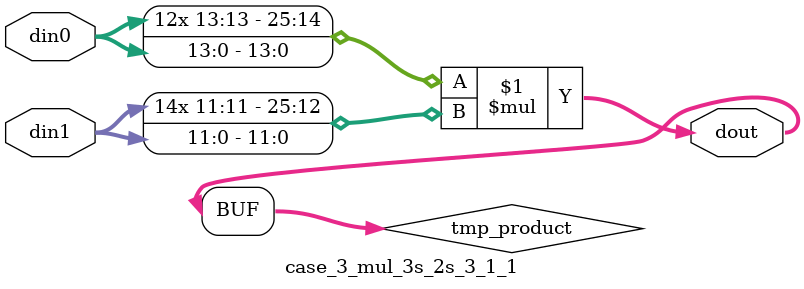
<source format=v>

`timescale 1 ns / 1 ps

 module case_3_mul_3s_2s_3_1_1(din0, din1, dout);
parameter ID = 1;
parameter NUM_STAGE = 0;
parameter din0_WIDTH = 14;
parameter din1_WIDTH = 12;
parameter dout_WIDTH = 26;

input [din0_WIDTH - 1 : 0] din0; 
input [din1_WIDTH - 1 : 0] din1; 
output [dout_WIDTH - 1 : 0] dout;

wire signed [dout_WIDTH - 1 : 0] tmp_product;



























assign tmp_product = $signed(din0) * $signed(din1);








assign dout = tmp_product;





















endmodule

</source>
